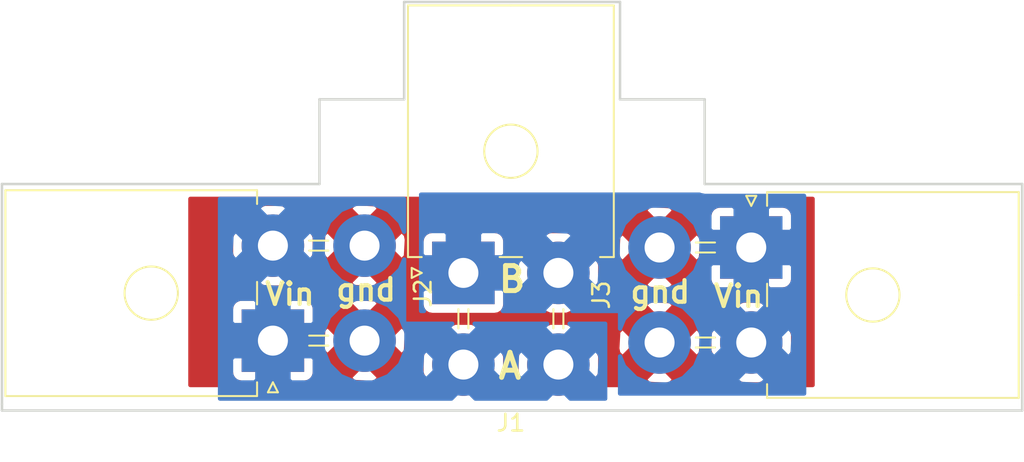
<source format=kicad_pcb>
(kicad_pcb (version 4) (host pcbnew 4.0.7)

  (general
    (links 9)
    (no_connects 0)
    (area 125.654999 78.156999 187.019001 102.818001)
    (thickness 1.6)
    (drawings 20)
    (tracks 0)
    (zones 0)
    (modules 5)
    (nets 4)
  )

  (page A4)
  (layers
    (0 F.Cu signal)
    (31 B.Cu signal hide)
    (32 B.Adhes user)
    (33 F.Adhes user)
    (34 B.Paste user)
    (35 F.Paste user)
    (36 B.SilkS user)
    (37 F.SilkS user)
    (38 B.Mask user)
    (39 F.Mask user)
    (40 Dwgs.User user)
    (41 Cmts.User user)
    (42 Eco1.User user)
    (43 Eco2.User user)
    (44 Edge.Cuts user)
    (45 Margin user)
    (46 B.CrtYd user)
    (47 F.CrtYd user)
    (48 B.Fab user)
    (49 F.Fab user)
  )

  (setup
    (last_trace_width 0.25)
    (trace_clearance 0.2)
    (zone_clearance 0.508)
    (zone_45_only no)
    (trace_min 0.2)
    (segment_width 0.2)
    (edge_width 0.15)
    (via_size 0.6)
    (via_drill 0.4)
    (via_min_size 0.4)
    (via_min_drill 0.3)
    (uvia_size 0.3)
    (uvia_drill 0.1)
    (uvias_allowed no)
    (uvia_min_size 0.2)
    (uvia_min_drill 0.1)
    (pcb_text_width 0.3)
    (pcb_text_size 1.5 1.5)
    (mod_edge_width 0.15)
    (mod_text_size 1 1)
    (mod_text_width 0.15)
    (pad_size 1.524 1.524)
    (pad_drill 0.762)
    (pad_to_mask_clearance 0.2)
    (aux_axis_origin 0 0)
    (visible_elements FFFEFF7F)
    (pcbplotparams
      (layerselection 0x00030_80000001)
      (usegerberextensions false)
      (excludeedgelayer true)
      (linewidth 0.100000)
      (plotframeref false)
      (viasonmask false)
      (mode 1)
      (useauxorigin false)
      (hpglpennumber 1)
      (hpglpenspeed 20)
      (hpglpendiameter 15)
      (hpglpenoverlay 2)
      (psnegative false)
      (psa4output false)
      (plotreference true)
      (plotvalue true)
      (plotinvisibletext false)
      (padsonsilk false)
      (subtractmaskfromsilk false)
      (outputformat 1)
      (mirror false)
      (drillshape 1)
      (scaleselection 1)
      (outputdirectory ""))
  )

  (net 0 "")
  (net 1 /pwr_a)
  (net 2 /pwr_b)
  (net 3 /gnd)

  (net_class Default "This is the default net class."
    (clearance 0.2)
    (trace_width 0.25)
    (via_dia 0.6)
    (via_drill 0.4)
    (uvia_dia 0.3)
    (uvia_drill 0.1)
    (add_net /gnd)
    (add_net /pwr_a)
    (add_net /pwr_b)
  )

  (module Connectors_Molex:Molex_MegaFit_2x02x5.70mm_Angled (layer F.Cu) (tedit 58A287C1) (tstamp 5AD57074)
    (at 153.416 94.488)
    (descr "Molex MegaFit, dual row, side entry type, through hole")
    (tags "connector molex mega-fit 76825-0004 172064-0004 172064-1004")
    (path /5AD56FA5)
    (fp_text reference J1 (at 2.85 9) (layer F.SilkS)
      (effects (font (size 1 1) (thickness 0.15)))
    )
    (fp_text value Break (at 2.85 10.5) (layer F.Fab)
      (effects (font (size 1 1) (thickness 0.15)))
    )
    (fp_circle (center 2.85 -7.3) (end 4.45 -7.3) (layer F.SilkS) (width 0.12))
    (fp_line (start -3.175 -15.9) (end -3.175 -1.1) (layer F.Fab) (width 0.1))
    (fp_line (start -3.175 -1.1) (end 8.875 -1.1) (layer F.Fab) (width 0.1))
    (fp_line (start 8.875 -1.1) (end 8.875 -15.9) (layer F.Fab) (width 0.1))
    (fp_line (start 8.875 -15.9) (end -3.175 -15.9) (layer F.Fab) (width 0.1))
    (fp_line (start 2.85 -16.05) (end -3.325 -16.05) (layer F.SilkS) (width 0.12))
    (fp_line (start -3.325 -16.05) (end -3.325 -0.95) (layer F.SilkS) (width 0.12))
    (fp_line (start -3.325 -0.95) (end -2.5 -0.95) (layer F.SilkS) (width 0.12))
    (fp_line (start 2.85 -16.05) (end 9.025 -16.05) (layer F.SilkS) (width 0.12))
    (fp_line (start 9.025 -16.05) (end 9.025 -0.95) (layer F.SilkS) (width 0.12))
    (fp_line (start 9.025 -0.95) (end 8.2 -0.95) (layer F.SilkS) (width 0.12))
    (fp_line (start 2.175 -0.95) (end 3.525 -0.95) (layer F.SilkS) (width 0.12))
    (fp_line (start -0.3 2.175) (end -0.3 3.325) (layer F.SilkS) (width 0.12))
    (fp_line (start 0.3 2.175) (end 0.3 3.325) (layer F.SilkS) (width 0.12))
    (fp_line (start 5.4 2.175) (end 5.4 3.325) (layer F.SilkS) (width 0.12))
    (fp_line (start 6 2.175) (end 6 3.325) (layer F.SilkS) (width 0.12))
    (fp_line (start -2.5 0) (end -3.1 0.3) (layer F.SilkS) (width 0.12))
    (fp_line (start -3.1 0.3) (end -3.1 -0.3) (layer F.SilkS) (width 0.12))
    (fp_line (start -3.1 -0.3) (end -2.5 0) (layer F.SilkS) (width 0.12))
    (fp_line (start -2.5 0) (end -3.1 0.3) (layer F.Fab) (width 0.1))
    (fp_line (start -3.1 0.3) (end -3.1 -0.3) (layer F.Fab) (width 0.1))
    (fp_line (start -3.1 -0.3) (end -2.5 0) (layer F.Fab) (width 0.1))
    (fp_line (start -3.65 -16.35) (end -3.65 7.85) (layer F.CrtYd) (width 0.05))
    (fp_line (start -3.65 7.85) (end 9.35 7.85) (layer F.CrtYd) (width 0.05))
    (fp_line (start 9.35 7.85) (end 9.35 -16.35) (layer F.CrtYd) (width 0.05))
    (fp_line (start 9.35 -16.35) (end -3.65 -16.35) (layer F.CrtYd) (width 0.05))
    (fp_text user %R (at 2.85 -11) (layer F.Fab)
      (effects (font (size 1 1) (thickness 0.15)))
    )
    (pad 1 thru_hole rect (at 0 0) (size 3.75 3.75) (drill 1.8) (layers *.Cu *.Mask)
      (net 1 /pwr_a))
    (pad 2 thru_hole circle (at 5.7 0) (size 3.75 3.75) (drill 1.8) (layers *.Cu *.Mask)
      (net 1 /pwr_a))
    (pad 3 thru_hole circle (at 0 5.5) (size 3.75 3.75) (drill 1.8) (layers *.Cu *.Mask)
      (net 2 /pwr_b))
    (pad 4 thru_hole circle (at 5.7 5.5) (size 3.75 3.75) (drill 1.8) (layers *.Cu *.Mask)
      (net 2 /pwr_b))
    (pad "" np_thru_hole circle (at 2.85 -7.3) (size 3 3) (drill 3) (layers *.Cu *.Mask))
    (model ${KISYS3DMOD}/Connectors_Molex.3dshapes/Molex_MegaFit_2x02x5.70mm_Angled.wrl
      (at (xyz 0 0 0))
      (scale (xyz 1 1 1))
      (rotate (xyz 0 0 0))
    )
  )

  (module Connectors_Molex:Molex_MegaFit_2x02x5.70mm_Angled (layer F.Cu) (tedit 58A287C1) (tstamp 5AD5707D)
    (at 141.986 98.552 90)
    (descr "Molex MegaFit, dual row, side entry type, through hole")
    (tags "connector molex mega-fit 76825-0004 172064-0004 172064-1004")
    (path /5AD56FD8)
    (fp_text reference J2 (at 2.85 9 90) (layer F.SilkS)
      (effects (font (size 1 1) (thickness 0.15)))
    )
    (fp_text value Pwr_Out (at 2.85 10.5 90) (layer F.Fab)
      (effects (font (size 1 1) (thickness 0.15)))
    )
    (fp_circle (center 2.85 -7.3) (end 4.45 -7.3) (layer F.SilkS) (width 0.12))
    (fp_line (start -3.175 -15.9) (end -3.175 -1.1) (layer F.Fab) (width 0.1))
    (fp_line (start -3.175 -1.1) (end 8.875 -1.1) (layer F.Fab) (width 0.1))
    (fp_line (start 8.875 -1.1) (end 8.875 -15.9) (layer F.Fab) (width 0.1))
    (fp_line (start 8.875 -15.9) (end -3.175 -15.9) (layer F.Fab) (width 0.1))
    (fp_line (start 2.85 -16.05) (end -3.325 -16.05) (layer F.SilkS) (width 0.12))
    (fp_line (start -3.325 -16.05) (end -3.325 -0.95) (layer F.SilkS) (width 0.12))
    (fp_line (start -3.325 -0.95) (end -2.5 -0.95) (layer F.SilkS) (width 0.12))
    (fp_line (start 2.85 -16.05) (end 9.025 -16.05) (layer F.SilkS) (width 0.12))
    (fp_line (start 9.025 -16.05) (end 9.025 -0.95) (layer F.SilkS) (width 0.12))
    (fp_line (start 9.025 -0.95) (end 8.2 -0.95) (layer F.SilkS) (width 0.12))
    (fp_line (start 2.175 -0.95) (end 3.525 -0.95) (layer F.SilkS) (width 0.12))
    (fp_line (start -0.3 2.175) (end -0.3 3.325) (layer F.SilkS) (width 0.12))
    (fp_line (start 0.3 2.175) (end 0.3 3.325) (layer F.SilkS) (width 0.12))
    (fp_line (start 5.4 2.175) (end 5.4 3.325) (layer F.SilkS) (width 0.12))
    (fp_line (start 6 2.175) (end 6 3.325) (layer F.SilkS) (width 0.12))
    (fp_line (start -2.5 0) (end -3.1 0.3) (layer F.SilkS) (width 0.12))
    (fp_line (start -3.1 0.3) (end -3.1 -0.3) (layer F.SilkS) (width 0.12))
    (fp_line (start -3.1 -0.3) (end -2.5 0) (layer F.SilkS) (width 0.12))
    (fp_line (start -2.5 0) (end -3.1 0.3) (layer F.Fab) (width 0.1))
    (fp_line (start -3.1 0.3) (end -3.1 -0.3) (layer F.Fab) (width 0.1))
    (fp_line (start -3.1 -0.3) (end -2.5 0) (layer F.Fab) (width 0.1))
    (fp_line (start -3.65 -16.35) (end -3.65 7.85) (layer F.CrtYd) (width 0.05))
    (fp_line (start -3.65 7.85) (end 9.35 7.85) (layer F.CrtYd) (width 0.05))
    (fp_line (start 9.35 7.85) (end 9.35 -16.35) (layer F.CrtYd) (width 0.05))
    (fp_line (start 9.35 -16.35) (end -3.65 -16.35) (layer F.CrtYd) (width 0.05))
    (fp_text user %R (at 2.85 -11 90) (layer F.Fab)
      (effects (font (size 1 1) (thickness 0.15)))
    )
    (pad 1 thru_hole rect (at 0 0 90) (size 3.75 3.75) (drill 1.8) (layers *.Cu *.Mask)
      (net 2 /pwr_b))
    (pad 2 thru_hole circle (at 5.7 0 90) (size 3.75 3.75) (drill 1.8) (layers *.Cu *.Mask)
      (net 2 /pwr_b))
    (pad 3 thru_hole circle (at 0 5.5 90) (size 3.75 3.75) (drill 1.8) (layers *.Cu *.Mask)
      (net 3 /gnd))
    (pad 4 thru_hole circle (at 5.7 5.5 90) (size 3.75 3.75) (drill 1.8) (layers *.Cu *.Mask)
      (net 3 /gnd))
    (pad "" np_thru_hole circle (at 2.85 -7.3 90) (size 3 3) (drill 3) (layers *.Cu *.Mask))
    (model ${KISYS3DMOD}/Connectors_Molex.3dshapes/Molex_MegaFit_2x02x5.70mm_Angled.wrl
      (at (xyz 0 0 0))
      (scale (xyz 1 1 1))
      (rotate (xyz 0 0 0))
    )
  )

  (module Connectors_Molex:Molex_MegaFit_2x02x5.70mm_Angled (layer F.Cu) (tedit 58A287C1) (tstamp 5AD57086)
    (at 170.688 92.964 270)
    (descr "Molex MegaFit, dual row, side entry type, through hole")
    (tags "connector molex mega-fit 76825-0004 172064-0004 172064-1004")
    (path /5AD56F88)
    (fp_text reference J3 (at 2.85 9 270) (layer F.SilkS)
      (effects (font (size 1 1) (thickness 0.15)))
    )
    (fp_text value Pwr_In (at 2.85 10.5 270) (layer F.Fab)
      (effects (font (size 1 1) (thickness 0.15)))
    )
    (fp_circle (center 2.85 -7.3) (end 4.45 -7.3) (layer F.SilkS) (width 0.12))
    (fp_line (start -3.175 -15.9) (end -3.175 -1.1) (layer F.Fab) (width 0.1))
    (fp_line (start -3.175 -1.1) (end 8.875 -1.1) (layer F.Fab) (width 0.1))
    (fp_line (start 8.875 -1.1) (end 8.875 -15.9) (layer F.Fab) (width 0.1))
    (fp_line (start 8.875 -15.9) (end -3.175 -15.9) (layer F.Fab) (width 0.1))
    (fp_line (start 2.85 -16.05) (end -3.325 -16.05) (layer F.SilkS) (width 0.12))
    (fp_line (start -3.325 -16.05) (end -3.325 -0.95) (layer F.SilkS) (width 0.12))
    (fp_line (start -3.325 -0.95) (end -2.5 -0.95) (layer F.SilkS) (width 0.12))
    (fp_line (start 2.85 -16.05) (end 9.025 -16.05) (layer F.SilkS) (width 0.12))
    (fp_line (start 9.025 -16.05) (end 9.025 -0.95) (layer F.SilkS) (width 0.12))
    (fp_line (start 9.025 -0.95) (end 8.2 -0.95) (layer F.SilkS) (width 0.12))
    (fp_line (start 2.175 -0.95) (end 3.525 -0.95) (layer F.SilkS) (width 0.12))
    (fp_line (start -0.3 2.175) (end -0.3 3.325) (layer F.SilkS) (width 0.12))
    (fp_line (start 0.3 2.175) (end 0.3 3.325) (layer F.SilkS) (width 0.12))
    (fp_line (start 5.4 2.175) (end 5.4 3.325) (layer F.SilkS) (width 0.12))
    (fp_line (start 6 2.175) (end 6 3.325) (layer F.SilkS) (width 0.12))
    (fp_line (start -2.5 0) (end -3.1 0.3) (layer F.SilkS) (width 0.12))
    (fp_line (start -3.1 0.3) (end -3.1 -0.3) (layer F.SilkS) (width 0.12))
    (fp_line (start -3.1 -0.3) (end -2.5 0) (layer F.SilkS) (width 0.12))
    (fp_line (start -2.5 0) (end -3.1 0.3) (layer F.Fab) (width 0.1))
    (fp_line (start -3.1 0.3) (end -3.1 -0.3) (layer F.Fab) (width 0.1))
    (fp_line (start -3.1 -0.3) (end -2.5 0) (layer F.Fab) (width 0.1))
    (fp_line (start -3.65 -16.35) (end -3.65 7.85) (layer F.CrtYd) (width 0.05))
    (fp_line (start -3.65 7.85) (end 9.35 7.85) (layer F.CrtYd) (width 0.05))
    (fp_line (start 9.35 7.85) (end 9.35 -16.35) (layer F.CrtYd) (width 0.05))
    (fp_line (start 9.35 -16.35) (end -3.65 -16.35) (layer F.CrtYd) (width 0.05))
    (fp_text user %R (at 2.85 -11 270) (layer F.Fab)
      (effects (font (size 1 1) (thickness 0.15)))
    )
    (pad 1 thru_hole rect (at 0 0 270) (size 3.75 3.75) (drill 1.8) (layers *.Cu *.Mask)
      (net 1 /pwr_a))
    (pad 2 thru_hole circle (at 5.7 0 270) (size 3.75 3.75) (drill 1.8) (layers *.Cu *.Mask)
      (net 1 /pwr_a))
    (pad 3 thru_hole circle (at 0 5.5 270) (size 3.75 3.75) (drill 1.8) (layers *.Cu *.Mask)
      (net 3 /gnd))
    (pad 4 thru_hole circle (at 5.7 5.5 270) (size 3.75 3.75) (drill 1.8) (layers *.Cu *.Mask)
      (net 3 /gnd))
    (pad "" np_thru_hole circle (at 2.85 -7.3 270) (size 3 3) (drill 3) (layers *.Cu *.Mask))
    (model ${KISYS3DMOD}/Connectors_Molex.3dshapes/Molex_MegaFit_2x02x5.70mm_Angled.wrl
      (at (xyz 0 0 0))
      (scale (xyz 1 1 1))
      (rotate (xyz 0 0 0))
    )
  )

  (module Mounting_Holes:MountingHole_2.7mm_M2.5_ISO14580 (layer F.Cu) (tedit 5AD5766C) (tstamp 5AD572F0)
    (at 147.32 86.614)
    (descr "Mounting Hole 2.7mm, no annular, M2.5, ISO14580")
    (tags "mounting hole 2.7mm no annular m2.5 iso14580")
    (attr virtual)
    (fp_text reference "" (at 0 -3.25) (layer F.SilkS)
      (effects (font (size 1 1) (thickness 0.15)))
    )
    (fp_text value MountingHole_2.7mm_M2.5_ISO14580 (at 0 3.25) (layer F.Fab)
      (effects (font (size 1 1) (thickness 0.15)))
    )
    (fp_text user %R (at 0.3 0) (layer F.Fab)
      (effects (font (size 1 1) (thickness 0.15)))
    )
    (fp_circle (center 0 0) (end 2.25 0) (layer Cmts.User) (width 0.15))
    (fp_circle (center 0 0) (end 2.5 0) (layer F.CrtYd) (width 0.05))
    (pad 1 np_thru_hole circle (at 0 0) (size 2.7 2.7) (drill 2.7) (layers *.Cu *.Mask))
  )

  (module Mounting_Holes:MountingHole_2.7mm_M2.5_ISO14580 (layer F.Cu) (tedit 5AD57675) (tstamp 5AD572FB)
    (at 165.354 86.614)
    (descr "Mounting Hole 2.7mm, no annular, M2.5, ISO14580")
    (tags "mounting hole 2.7mm no annular m2.5 iso14580")
    (attr virtual)
    (fp_text reference "" (at 0 -3.25) (layer F.SilkS)
      (effects (font (size 1 1) (thickness 0.15)))
    )
    (fp_text value MountingHole_2.7mm_M2.5_ISO14580 (at 0 3.25) (layer F.Fab)
      (effects (font (size 1 1) (thickness 0.15)))
    )
    (fp_text user %R (at 0.3 0) (layer F.Fab)
      (effects (font (size 1 1) (thickness 0.15)))
    )
    (fp_circle (center 0 0) (end 2.25 0) (layer Cmts.User) (width 0.15))
    (fp_circle (center 0 0) (end 2.5 0) (layer F.CrtYd) (width 0.05))
    (pad 1 np_thru_hole circle (at 0 0) (size 2.7 2.7) (drill 2.7) (layers *.Cu *.Mask))
  )

  (gr_text B (at 156.337 94.869) (layer F.SilkS)
    (effects (font (size 1.5 1.5) (thickness 0.3)))
  )
  (gr_text A (at 156.21 100.076) (layer F.SilkS)
    (effects (font (size 1.5 1.5) (thickness 0.3)))
  )
  (gr_text gnd (at 165.227 95.631) (layer F.SilkS)
    (effects (font (size 1.3 1.3) (thickness 0.25)))
  )
  (gr_text Vin (at 169.926 95.885) (layer F.SilkS)
    (effects (font (size 1.3 1.3) (thickness 0.25)))
  )
  (gr_text Vin (at 143.002 95.758) (layer F.SilkS)
    (effects (font (size 1.3 1.3) (thickness 0.25)))
  )
  (gr_text gnd (at 147.574 95.504) (layer F.SilkS)
    (effects (font (size 1.3 1.3) (thickness 0.25)))
  )
  (gr_line (start 186.944 102.743) (end 186.944 102.362) (angle 90) (layer Edge.Cuts) (width 0.15))
  (gr_line (start 125.73 102.743) (end 125.73 102.362) (angle 90) (layer Edge.Cuts) (width 0.15))
  (gr_line (start 167.894 89.154) (end 186.944 89.154) (angle 90) (layer Edge.Cuts) (width 0.15))
  (gr_line (start 162.814 78.232) (end 162.814 84.074) (angle 90) (layer Edge.Cuts) (width 0.15))
  (gr_line (start 167.894 84.074) (end 162.814 84.074) (angle 90) (layer Edge.Cuts) (width 0.15))
  (gr_line (start 167.894 89.154) (end 167.894 84.074) (angle 90) (layer Edge.Cuts) (width 0.15))
  (gr_line (start 149.86 84.074) (end 149.86 78.232) (angle 90) (layer Edge.Cuts) (width 0.15))
  (gr_line (start 144.78 84.074) (end 149.86 84.074) (angle 90) (layer Edge.Cuts) (width 0.15))
  (gr_line (start 144.78 89.154) (end 144.78 84.074) (angle 90) (layer Edge.Cuts) (width 0.15))
  (gr_line (start 125.73 89.154) (end 144.78 89.154) (angle 90) (layer Edge.Cuts) (width 0.15))
  (gr_line (start 125.73 89.154) (end 125.73 102.362) (angle 90) (layer Edge.Cuts) (width 0.15))
  (gr_line (start 162.814 78.232) (end 149.86 78.232) (angle 90) (layer Edge.Cuts) (width 0.15))
  (gr_line (start 186.944 102.362) (end 186.944 89.154) (angle 90) (layer Edge.Cuts) (width 0.15))
  (gr_line (start 125.73 102.743) (end 186.944 102.743) (angle 90) (layer Edge.Cuts) (width 0.15))

  (zone (net 3) (net_name /gnd) (layer F.Cu) (tstamp 5AD57324) (hatch edge 0.508)
    (connect_pads (clearance 0.508))
    (min_thickness 0.254)
    (fill yes (arc_segments 16) (thermal_gap 0.508) (thermal_bridge_width 3))
    (polygon
      (pts
        (xy 174.498 101.346) (xy 136.906 101.346) (xy 136.906 89.916) (xy 174.498 89.916)
      )
    )
    (filled_polygon
      (pts
        (xy 174.371 101.219) (xy 161.322632 101.219) (xy 161.459467 100.889463) (xy 164.288362 100.889463) (xy 164.546776 101.14154)
        (xy 165.543699 101.198334) (xy 165.829224 101.14154) (xy 166.087638 100.889463) (xy 165.188 99.989825) (xy 164.288362 100.889463)
        (xy 161.459467 100.889463) (xy 161.625564 100.48946) (xy 161.626435 99.49092) (xy 161.431731 99.019699) (xy 162.653666 99.019699)
        (xy 162.71046 99.305224) (xy 162.962537 99.563638) (xy 163.862175 98.664) (xy 166.513825 98.664) (xy 167.413463 99.563638)
        (xy 167.66554 99.305224) (xy 167.673751 99.16108) (xy 168.177565 99.16108) (xy 168.558885 100.083943) (xy 169.264343 100.790634)
        (xy 170.18654 101.173564) (xy 171.18508 101.174435) (xy 172.107943 100.793115) (xy 172.814634 100.087657) (xy 173.197564 99.16546)
        (xy 173.198435 98.16692) (xy 172.817115 97.244057) (xy 172.111657 96.537366) (xy 171.18946 96.154436) (xy 170.19092 96.153565)
        (xy 169.268057 96.534885) (xy 168.561366 97.240343) (xy 168.178436 98.16254) (xy 168.177565 99.16108) (xy 167.673751 99.16108)
        (xy 167.722334 98.308301) (xy 167.66554 98.022776) (xy 167.413463 97.764362) (xy 166.513825 98.664) (xy 163.862175 98.664)
        (xy 162.962537 97.764362) (xy 162.71046 98.022776) (xy 162.653666 99.019699) (xy 161.431731 99.019699) (xy 161.245115 98.568057)
        (xy 160.539657 97.861366) (xy 159.61746 97.478436) (xy 158.61892 97.477565) (xy 157.696057 97.858885) (xy 156.989366 98.564343)
        (xy 156.606436 99.48654) (xy 156.605565 100.48508) (xy 156.908815 101.219) (xy 155.622632 101.219) (xy 155.925564 100.48946)
        (xy 155.926435 99.49092) (xy 155.545115 98.568057) (xy 154.839657 97.861366) (xy 153.91746 97.478436) (xy 152.91892 97.477565)
        (xy 151.996057 97.858885) (xy 151.289366 98.564343) (xy 150.906436 99.48654) (xy 150.905565 100.48508) (xy 151.208815 101.219)
        (xy 137.033 101.219) (xy 137.033 96.677) (xy 139.46356 96.677) (xy 139.46356 100.427) (xy 139.507838 100.662317)
        (xy 139.64691 100.878441) (xy 139.85911 101.023431) (xy 140.111 101.07444) (xy 143.861 101.07444) (xy 144.096317 101.030162)
        (xy 144.312441 100.89109) (xy 144.390078 100.777463) (xy 146.586362 100.777463) (xy 146.844776 101.02954) (xy 147.841699 101.086334)
        (xy 148.127224 101.02954) (xy 148.385638 100.777463) (xy 147.486 99.877825) (xy 146.586362 100.777463) (xy 144.390078 100.777463)
        (xy 144.457431 100.67889) (xy 144.50844 100.427) (xy 144.50844 98.907699) (xy 144.951666 98.907699) (xy 145.00846 99.193224)
        (xy 145.260537 99.451638) (xy 146.160175 98.552) (xy 148.811825 98.552) (xy 149.711463 99.451638) (xy 149.96354 99.193224)
        (xy 150.020334 98.196301) (xy 149.96354 97.910776) (xy 149.711463 97.652362) (xy 148.811825 98.552) (xy 146.160175 98.552)
        (xy 145.260537 97.652362) (xy 145.00846 97.910776) (xy 144.951666 98.907699) (xy 144.50844 98.907699) (xy 144.50844 96.677)
        (xy 144.464162 96.441683) (xy 144.390068 96.326537) (xy 146.586362 96.326537) (xy 147.486 97.226175) (xy 148.385638 96.326537)
        (xy 148.127224 96.07446) (xy 147.130301 96.017666) (xy 146.844776 96.07446) (xy 146.586362 96.326537) (xy 144.390068 96.326537)
        (xy 144.32509 96.225559) (xy 144.11289 96.080569) (xy 143.861 96.02956) (xy 140.111 96.02956) (xy 139.875683 96.073838)
        (xy 139.659559 96.21291) (xy 139.514569 96.42511) (xy 139.46356 96.677) (xy 137.033 96.677) (xy 137.033 93.34908)
        (xy 139.475565 93.34908) (xy 139.856885 94.271943) (xy 140.562343 94.978634) (xy 141.48454 95.361564) (xy 142.48308 95.362435)
        (xy 143.172763 95.077463) (xy 146.586362 95.077463) (xy 146.844776 95.32954) (xy 147.841699 95.386334) (xy 148.127224 95.32954)
        (xy 148.385638 95.077463) (xy 147.486 94.177825) (xy 146.586362 95.077463) (xy 143.172763 95.077463) (xy 143.405943 94.981115)
        (xy 144.112634 94.275657) (xy 144.495564 93.35346) (xy 144.495691 93.207699) (xy 144.951666 93.207699) (xy 145.00846 93.493224)
        (xy 145.260537 93.751638) (xy 146.160175 92.852) (xy 148.811825 92.852) (xy 149.711463 93.751638) (xy 149.96354 93.493224)
        (xy 150.013685 92.613) (xy 150.89356 92.613) (xy 150.89356 96.363) (xy 150.937838 96.598317) (xy 151.07691 96.814441)
        (xy 151.28911 96.959431) (xy 151.541 97.01044) (xy 155.291 97.01044) (xy 155.526317 96.966162) (xy 155.742441 96.82709)
        (xy 155.887431 96.61489) (xy 155.93844 96.363) (xy 155.93844 94.98508) (xy 156.605565 94.98508) (xy 156.986885 95.907943)
        (xy 157.692343 96.614634) (xy 158.61454 96.997564) (xy 159.61308 96.998435) (xy 160.535943 96.617115) (xy 160.714833 96.438537)
        (xy 164.288362 96.438537) (xy 165.188 97.338175) (xy 166.087638 96.438537) (xy 165.829224 96.18646) (xy 164.832301 96.129666)
        (xy 164.546776 96.18646) (xy 164.288362 96.438537) (xy 160.714833 96.438537) (xy 161.242634 95.911657) (xy 161.542515 95.189463)
        (xy 164.288362 95.189463) (xy 164.546776 95.44154) (xy 165.543699 95.498334) (xy 165.829224 95.44154) (xy 166.087638 95.189463)
        (xy 165.188 94.289825) (xy 164.288362 95.189463) (xy 161.542515 95.189463) (xy 161.625564 94.98946) (xy 161.626435 93.99092)
        (xy 161.349092 93.319699) (xy 162.653666 93.319699) (xy 162.71046 93.605224) (xy 162.962537 93.863638) (xy 163.862175 92.964)
        (xy 166.513825 92.964) (xy 167.413463 93.863638) (xy 167.66554 93.605224) (xy 167.722334 92.608301) (xy 167.66554 92.322776)
        (xy 167.413463 92.064362) (xy 166.513825 92.964) (xy 163.862175 92.964) (xy 162.962537 92.064362) (xy 162.71046 92.322776)
        (xy 162.653666 93.319699) (xy 161.349092 93.319699) (xy 161.245115 93.068057) (xy 160.539657 92.361366) (xy 159.61746 91.978436)
        (xy 158.61892 91.977565) (xy 157.696057 92.358885) (xy 156.989366 93.064343) (xy 156.606436 93.98654) (xy 156.605565 94.98508)
        (xy 155.93844 94.98508) (xy 155.93844 92.613) (xy 155.894162 92.377683) (xy 155.75509 92.161559) (xy 155.54289 92.016569)
        (xy 155.291 91.96556) (xy 151.541 91.96556) (xy 151.305683 92.009838) (xy 151.089559 92.14891) (xy 150.944569 92.36111)
        (xy 150.89356 92.613) (xy 150.013685 92.613) (xy 150.020334 92.496301) (xy 149.96354 92.210776) (xy 149.711463 91.952362)
        (xy 148.811825 92.852) (xy 146.160175 92.852) (xy 145.260537 91.952362) (xy 145.00846 92.210776) (xy 144.951666 93.207699)
        (xy 144.495691 93.207699) (xy 144.496435 92.35492) (xy 144.115115 91.432057) (xy 143.409657 90.725366) (xy 143.171651 90.626537)
        (xy 146.586362 90.626537) (xy 147.486 91.526175) (xy 148.273638 90.738537) (xy 164.288362 90.738537) (xy 165.188 91.638175)
        (xy 165.737175 91.089) (xy 168.16556 91.089) (xy 168.16556 94.839) (xy 168.209838 95.074317) (xy 168.34891 95.290441)
        (xy 168.56111 95.435431) (xy 168.813 95.48644) (xy 172.563 95.48644) (xy 172.798317 95.442162) (xy 173.014441 95.30309)
        (xy 173.159431 95.09089) (xy 173.21044 94.839) (xy 173.21044 91.089) (xy 173.166162 90.853683) (xy 173.02709 90.637559)
        (xy 172.81489 90.492569) (xy 172.563 90.44156) (xy 168.813 90.44156) (xy 168.577683 90.485838) (xy 168.361559 90.62491)
        (xy 168.216569 90.83711) (xy 168.16556 91.089) (xy 165.737175 91.089) (xy 166.087638 90.738537) (xy 165.829224 90.48646)
        (xy 164.832301 90.429666) (xy 164.546776 90.48646) (xy 164.288362 90.738537) (xy 148.273638 90.738537) (xy 148.385638 90.626537)
        (xy 148.127224 90.37446) (xy 147.130301 90.317666) (xy 146.844776 90.37446) (xy 146.586362 90.626537) (xy 143.171651 90.626537)
        (xy 142.48746 90.342436) (xy 141.48892 90.341565) (xy 140.566057 90.722885) (xy 139.859366 91.428343) (xy 139.476436 92.35054)
        (xy 139.475565 93.34908) (xy 137.033 93.34908) (xy 137.033 90.043) (xy 174.371 90.043)
      )
    )
  )
  (zone (net 2) (net_name /pwr_b) (layer B.Cu) (tstamp 5AD573C2) (hatch edge 0.508)
    (connect_pads (clearance 0.508))
    (min_thickness 0.254)
    (fill yes (arc_segments 16) (thermal_gap 0.508) (thermal_bridge_width 3))
    (polygon
      (pts
        (xy 149.987 97.409) (xy 162.052 97.409) (xy 162.052 102.616) (xy 138.684 102.616) (xy 138.684 89.916)
        (xy 149.987 89.916)
      )
    )
    (filled_polygon
      (pts
        (xy 149.86 92.024723) (xy 149.615115 91.432057) (xy 148.909657 90.725366) (xy 147.98746 90.342436) (xy 146.98892 90.341565)
        (xy 146.066057 90.722885) (xy 145.359366 91.428343) (xy 144.976436 92.35054) (xy 144.975565 93.34908) (xy 145.356885 94.271943)
        (xy 146.062343 94.978634) (xy 146.98454 95.361564) (xy 147.98308 95.362435) (xy 148.905943 94.981115) (xy 149.612634 94.275657)
        (xy 149.86 93.679934) (xy 149.86 97.409) (xy 149.870006 97.45841) (xy 149.898447 97.500035) (xy 149.940841 97.527315)
        (xy 149.987 97.536) (xy 152.748594 97.536) (xy 152.516362 97.762537) (xy 153.416 98.662175) (xy 154.315638 97.762537)
        (xy 154.083406 97.536) (xy 158.448594 97.536) (xy 158.216362 97.762537) (xy 159.116 98.662175) (xy 160.015638 97.762537)
        (xy 159.783406 97.536) (xy 161.925 97.536) (xy 161.925 102.033) (xy 159.835175 102.033) (xy 159.116 101.313825)
        (xy 158.396825 102.033) (xy 154.135175 102.033) (xy 153.416 101.313825) (xy 152.696825 102.033) (xy 138.811 102.033)
        (xy 138.811 99.64825) (xy 139.476 99.64825) (xy 139.476 100.553309) (xy 139.572673 100.786698) (xy 139.751301 100.965327)
        (xy 139.98469 101.062) (xy 140.88975 101.062) (xy 141.0485 100.90325) (xy 141.0485 99.4895) (xy 142.9235 99.4895)
        (xy 142.9235 100.90325) (xy 143.08225 101.062) (xy 143.98731 101.062) (xy 144.220699 100.965327) (xy 144.399327 100.786698)
        (xy 144.496 100.553309) (xy 144.496 99.64825) (xy 144.33725 99.4895) (xy 142.9235 99.4895) (xy 141.0485 99.4895)
        (xy 139.63475 99.4895) (xy 139.476 99.64825) (xy 138.811 99.64825) (xy 138.811 99.04908) (xy 144.975565 99.04908)
        (xy 145.356885 99.971943) (xy 146.062343 100.678634) (xy 146.98454 101.061564) (xy 147.98308 101.062435) (xy 148.905943 100.681115)
        (xy 149.243948 100.343699) (xy 150.881666 100.343699) (xy 150.93846 100.629224) (xy 151.190537 100.887638) (xy 152.090175 99.988)
        (xy 154.741825 99.988) (xy 155.641463 100.887638) (xy 155.89354 100.629224) (xy 155.909806 100.343699) (xy 156.581666 100.343699)
        (xy 156.63846 100.629224) (xy 156.890537 100.887638) (xy 157.790175 99.988) (xy 160.441825 99.988) (xy 161.341463 100.887638)
        (xy 161.59354 100.629224) (xy 161.650334 99.632301) (xy 161.59354 99.346776) (xy 161.341463 99.088362) (xy 160.441825 99.988)
        (xy 157.790175 99.988) (xy 156.890537 99.088362) (xy 156.63846 99.346776) (xy 156.581666 100.343699) (xy 155.909806 100.343699)
        (xy 155.950334 99.632301) (xy 155.89354 99.346776) (xy 155.641463 99.088362) (xy 154.741825 99.988) (xy 152.090175 99.988)
        (xy 151.190537 99.088362) (xy 150.93846 99.346776) (xy 150.881666 100.343699) (xy 149.243948 100.343699) (xy 149.612634 99.975657)
        (xy 149.995564 99.05346) (xy 149.996435 98.05492) (xy 149.615115 97.132057) (xy 148.909657 96.425366) (xy 147.98746 96.042436)
        (xy 146.98892 96.041565) (xy 146.066057 96.422885) (xy 145.359366 97.128343) (xy 144.976436 98.05054) (xy 144.975565 99.04908)
        (xy 138.811 99.04908) (xy 138.811 96.550691) (xy 139.476 96.550691) (xy 139.476 97.45575) (xy 139.63475 97.6145)
        (xy 141.0485 97.6145) (xy 141.0485 96.20075) (xy 142.9235 96.20075) (xy 142.9235 97.6145) (xy 144.33725 97.6145)
        (xy 144.496 97.45575) (xy 144.496 96.550691) (xy 144.399327 96.317302) (xy 144.220699 96.138673) (xy 143.98731 96.042)
        (xy 143.08225 96.042) (xy 142.9235 96.20075) (xy 141.0485 96.20075) (xy 140.88975 96.042) (xy 139.98469 96.042)
        (xy 139.751301 96.138673) (xy 139.572673 96.317302) (xy 139.476 96.550691) (xy 138.811 96.550691) (xy 138.811 95.077463)
        (xy 141.086362 95.077463) (xy 141.344776 95.32954) (xy 142.341699 95.386334) (xy 142.627224 95.32954) (xy 142.885638 95.077463)
        (xy 141.986 94.177825) (xy 141.086362 95.077463) (xy 138.811 95.077463) (xy 138.811 93.207699) (xy 139.451666 93.207699)
        (xy 139.50846 93.493224) (xy 139.760537 93.751638) (xy 140.660175 92.852) (xy 143.311825 92.852) (xy 144.211463 93.751638)
        (xy 144.46354 93.493224) (xy 144.520334 92.496301) (xy 144.46354 92.210776) (xy 144.211463 91.952362) (xy 143.311825 92.852)
        (xy 140.660175 92.852) (xy 139.760537 91.952362) (xy 139.50846 92.210776) (xy 139.451666 93.207699) (xy 138.811 93.207699)
        (xy 138.811 90.626537) (xy 141.086362 90.626537) (xy 141.986 91.526175) (xy 142.885638 90.626537) (xy 142.627224 90.37446)
        (xy 141.630301 90.317666) (xy 141.344776 90.37446) (xy 141.086362 90.626537) (xy 138.811 90.626537) (xy 138.811 90.043)
        (xy 149.86 90.043)
      )
    )
  )
  (zone (net 1) (net_name /pwr_a) (layer B.Cu) (tstamp 5AD5751A) (hatch edge 0.508)
    (connect_pads (clearance 0.508))
    (min_thickness 0.254)
    (fill yes (arc_segments 16) (thermal_gap 0.508) (thermal_bridge_width 3))
    (polygon
      (pts
        (xy 150.749 90.805) (xy 150.749 96.901) (xy 162.687 96.901) (xy 162.687 101.854) (xy 173.99 101.854)
        (xy 173.99 89.662) (xy 150.749 89.662)
      )
    )
    (filled_polygon
      (pts
        (xy 167.622295 89.809954) (xy 167.894 89.864) (xy 173.863 89.864) (xy 173.863 101.727) (xy 162.814 101.727)
        (xy 162.814 99.491277) (xy 163.058885 100.083943) (xy 163.764343 100.790634) (xy 164.68654 101.173564) (xy 165.68508 101.174435)
        (xy 166.374763 100.889463) (xy 169.788362 100.889463) (xy 170.046776 101.14154) (xy 171.043699 101.198334) (xy 171.329224 101.14154)
        (xy 171.587638 100.889463) (xy 170.688 99.989825) (xy 169.788362 100.889463) (xy 166.374763 100.889463) (xy 166.607943 100.793115)
        (xy 167.314634 100.087657) (xy 167.697564 99.16546) (xy 167.697691 99.019699) (xy 168.153666 99.019699) (xy 168.21046 99.305224)
        (xy 168.462537 99.563638) (xy 169.362175 98.664) (xy 172.013825 98.664) (xy 172.913463 99.563638) (xy 173.16554 99.305224)
        (xy 173.222334 98.308301) (xy 173.16554 98.022776) (xy 172.913463 97.764362) (xy 172.013825 98.664) (xy 169.362175 98.664)
        (xy 168.462537 97.764362) (xy 168.21046 98.022776) (xy 168.153666 99.019699) (xy 167.697691 99.019699) (xy 167.698435 98.16692)
        (xy 167.317115 97.244057) (xy 166.611657 96.537366) (xy 166.373651 96.438537) (xy 169.788362 96.438537) (xy 170.688 97.338175)
        (xy 171.587638 96.438537) (xy 171.329224 96.18646) (xy 170.332301 96.129666) (xy 170.046776 96.18646) (xy 169.788362 96.438537)
        (xy 166.373651 96.438537) (xy 165.68946 96.154436) (xy 164.69092 96.153565) (xy 163.768057 96.534885) (xy 163.061366 97.240343)
        (xy 162.814 97.836066) (xy 162.814 96.901) (xy 162.803994 96.85159) (xy 162.775553 96.809965) (xy 162.733159 96.782685)
        (xy 162.687 96.774) (xy 159.953579 96.774) (xy 160.015638 96.713463) (xy 159.116 95.813825) (xy 158.216362 96.713463)
        (xy 158.278421 96.774) (xy 155.778026 96.774) (xy 155.829327 96.722699) (xy 155.926 96.48931) (xy 155.926 95.58425)
        (xy 155.76725 95.4255) (xy 154.3535 95.4255) (xy 154.3535 95.881) (xy 152.4785 95.881) (xy 152.4785 95.4255)
        (xy 151.06475 95.4255) (xy 150.906 95.58425) (xy 150.906 96.48931) (xy 151.002673 96.722699) (xy 151.053974 96.774)
        (xy 150.876 96.774) (xy 150.876 94.843699) (xy 156.581666 94.843699) (xy 156.63846 95.129224) (xy 156.890537 95.387638)
        (xy 157.790175 94.488) (xy 160.441825 94.488) (xy 161.341463 95.387638) (xy 161.59354 95.129224) (xy 161.650334 94.132301)
        (xy 161.59354 93.846776) (xy 161.341463 93.588362) (xy 160.441825 94.488) (xy 157.790175 94.488) (xy 156.890537 93.588362)
        (xy 156.63846 93.846776) (xy 156.581666 94.843699) (xy 150.876 94.843699) (xy 150.876 92.48669) (xy 150.906 92.48669)
        (xy 150.906 93.39175) (xy 151.06475 93.5505) (xy 152.4785 93.5505) (xy 152.4785 92.13675) (xy 154.3535 92.13675)
        (xy 154.3535 93.5505) (xy 155.76725 93.5505) (xy 155.85667 93.46108) (xy 162.677565 93.46108) (xy 163.058885 94.383943)
        (xy 163.764343 95.090634) (xy 164.68654 95.473564) (xy 165.68508 95.474435) (xy 166.607943 95.093115) (xy 167.314634 94.387657)
        (xy 167.450585 94.06025) (xy 168.178 94.06025) (xy 168.178 94.965309) (xy 168.274673 95.198698) (xy 168.453301 95.377327)
        (xy 168.68669 95.474) (xy 169.59175 95.474) (xy 169.7505 95.31525) (xy 169.7505 93.9015) (xy 171.6255 93.9015)
        (xy 171.6255 95.31525) (xy 171.78425 95.474) (xy 172.68931 95.474) (xy 172.922699 95.377327) (xy 173.101327 95.198698)
        (xy 173.198 94.965309) (xy 173.198 94.06025) (xy 173.03925 93.9015) (xy 171.6255 93.9015) (xy 169.7505 93.9015)
        (xy 168.33675 93.9015) (xy 168.178 94.06025) (xy 167.450585 94.06025) (xy 167.697564 93.46546) (xy 167.698435 92.46692)
        (xy 167.317115 91.544057) (xy 166.736764 90.962691) (xy 168.178 90.962691) (xy 168.178 91.86775) (xy 168.33675 92.0265)
        (xy 169.7505 92.0265) (xy 169.7505 90.61275) (xy 171.6255 90.61275) (xy 171.6255 92.0265) (xy 173.03925 92.0265)
        (xy 173.198 91.86775) (xy 173.198 90.962691) (xy 173.101327 90.729302) (xy 172.922699 90.550673) (xy 172.68931 90.454)
        (xy 171.78425 90.454) (xy 171.6255 90.61275) (xy 169.7505 90.61275) (xy 169.59175 90.454) (xy 168.68669 90.454)
        (xy 168.453301 90.550673) (xy 168.274673 90.729302) (xy 168.178 90.962691) (xy 166.736764 90.962691) (xy 166.611657 90.837366)
        (xy 165.68946 90.454436) (xy 164.69092 90.453565) (xy 163.768057 90.834885) (xy 163.061366 91.540343) (xy 162.678436 92.46254)
        (xy 162.677565 93.46108) (xy 155.85667 93.46108) (xy 155.926 93.39175) (xy 155.926 92.48669) (xy 155.833153 92.262537)
        (xy 158.216362 92.262537) (xy 159.116 93.162175) (xy 160.015638 92.262537) (xy 159.757224 92.01046) (xy 158.760301 91.953666)
        (xy 158.474776 92.01046) (xy 158.216362 92.262537) (xy 155.833153 92.262537) (xy 155.829327 92.253301) (xy 155.650698 92.074673)
        (xy 155.417309 91.978) (xy 154.51225 91.978) (xy 154.3535 92.13675) (xy 152.4785 92.13675) (xy 152.31975 91.978)
        (xy 151.414691 91.978) (xy 151.181302 92.074673) (xy 151.002673 92.253301) (xy 150.906 92.48669) (xy 150.876 92.48669)
        (xy 150.876 89.789) (xy 167.590935 89.789)
      )
    )
  )
)

</source>
